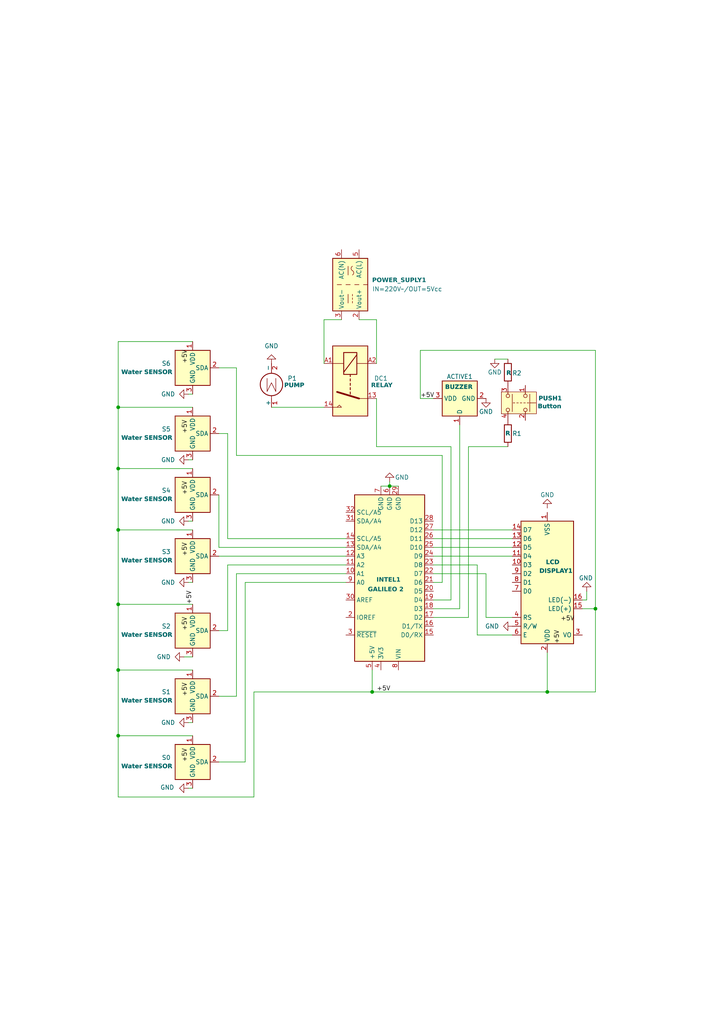
<source format=kicad_sch>
(kicad_sch (version 20231120) (generator "eeschema") (generator_version "8.0")
  (paper "A4" portrait)
  (title_block (title "P2_Monofilar electrical diagram_Popescu Vlad & Marin Catalin") (date "2024-05-20") (rev "1") (company "Faculty of Electronics, Telecommunications and Information Technology Bucharest") (comment 1 "Group 441G.dif"))
  (lib_symbols
    (symbol "Converter_ACDC:TMLM04105"
      (property "Reference" "PS" (at 0 6.35 0))
      (property "Value" "TMLM04105" (at 0 -6.35 0))
      (symbol "TMLM04105_0_1"
        (rectangle (start -7.62 5.08) (end 7.62 -5.08) (stroke (width 0.254)) (fill (type background)))
        (arc (start -5.334 0.635) (mid -4.699 0.2495) (end -4.064 0.635))
        (arc (start -2.794 0.635) (mid -3.429 1.0072) (end -4.064 0.635))
        (polyline (pts (xy -5.334 -0.635) (xy -2.794 -0.635)))
        (polyline (pts (xy 0 -2.54) (xy 0 -3.81)))
        (polyline (pts (xy 0 0) (xy 0 -1.27)))
        (polyline (pts (xy 0 2.54) (xy 0 1.27)))
        (polyline (pts (xy 0 5.08) (xy 0 3.81)))
        (polyline (pts (xy 2.794 -0.635) (xy 5.334 -0.635)))
        (polyline (pts (xy 2.794 0.635) (xy 3.302 0.635)))
        (polyline (pts (xy 3.81 0.635) (xy 4.318 0.635)))
        (polyline (pts (xy 4.826 0.635) (xy 5.334 0.635)))
      )
      (symbol "TMLM04105_1_1"
        (pin power_out line (at 10.16 2.54 180) (length 2.54) (name "Vout+") (number "2"))
        (pin power_out line (at 10.16 -2.54 180) (length 2.54) (name "Vout-") (number "3"))
        (pin power_in line (at -10.16 2.54 0) (length 2.54) (name "AC(L)") (number "5"))
        (pin power_in line (at -10.16 -2.54 0) (length 2.54) (name "AC(N)") (number "6"))
      )
    )
    (symbol "Device:R" (pin_numbers hide) (pin_names (offset 0))
      (property "Reference" "R" (at 2.032 0 90))
      (property "Value" "R" (at 0 0 90))
      (symbol "R_0_1"
        (rectangle (start -1.016 -2.54) (end 1.016 2.54) (stroke (width 0.254)))
      )
      (symbol "R_1_1"
        (pin passive line (at 0 3.81 270) (length 1.27) (name "~") (number "1"))
        (pin passive line (at 0 -3.81 90) (length 1.27) (name "~") (number "2"))
      )
    )
    (symbol "Display_Character:WC1602A"
      (property "Reference" "DS" (at -5.842 19.05 0))
      (property "Value" "WC1602A" (at 5.334 19.05 0))
      (symbol "WC1602A_1_1"
        (rectangle (start -7.62 17.78) (end 7.62 -17.78) (stroke (width 0.254)) (fill (type background)))
        (pin power_in line (at 0 -20.32 90) (length 2.54) (name "VSS") (number "1"))
        (pin input line (at -10.16 -5.08 0) (length 2.54) (name "D3") (number "10"))
        (pin input line (at -10.16 -7.62 0) (length 2.54) (name "D4") (number "11"))
        (pin input line (at -10.16 -10.16 0) (length 2.54) (name "D5") (number "12"))
        (pin input line (at -10.16 -12.7 0) (length 2.54) (name "D6") (number "13"))
        (pin input line (at -10.16 -15.24 0) (length 2.54) (name "D7") (number "14"))
        (pin power_in line (at 10.16 7.62 180) (length 2.54) (name "LED(+)") (number "15"))
        (pin power_in line (at 10.16 5.08 180) (length 2.54) (name "LED(-)") (number "16"))
        (pin power_in line (at 0 20.32 270) (length 2.54) (name "VDD") (number "2"))
        (pin input line (at 10.16 15.24 180) (length 2.54) (name "VO") (number "3"))
        (pin input line (at -10.16 10.16 0) (length 2.54) (name "RS") (number "4"))
        (pin input line (at -10.16 12.7 0) (length 2.54) (name "R/W") (number "5"))
        (pin input line (at -10.16 15.24 0) (length 2.54) (name "E") (number "6"))
        (pin input line (at -10.16 2.54 0) (length 2.54) (name "D0") (number "7"))
        (pin input line (at -10.16 0 0) (length 2.54) (name "D1") (number "8"))
        (pin input line (at -10.16 -2.54 0) (length 2.54) (name "D2") (number "9"))
      )
    )
    (symbol "Driver_LED:HV9923N8-G"
      (property "Reference" "U" (at -6.35 6.35 0))
      (property "Value" "HV9923N8-G" (at 1.27 6.35 0))
      (symbol "HV9923N8-G_0_1"
        (rectangle (start -5.08 5.08) (end 5.08 -5.08) (stroke (width 0.254)) (fill (type background)))
      )
      (symbol "HV9923N8-G_1_1"
        (pin passive line (at 7.62 0 180) (length 2.54) (name "D") (number "1"))
        (pin power_in line (at 0 -7.62 90) (length 2.54) (name "GND") (number "2"))
        (pin output line (at 0 7.62 270) (length 2.54) (name "VDD") (number "3"))
      )
    )
    (symbol "MCU_Module:Arduino_UNO_R3"
      (property "Reference" "A" (at -10.16 23.495 0))
      (property "Value" "Arduino_UNO_R3" (at 5.08 -26.67 0))
      (symbol "Arduino_UNO_R3_0_1"
        (rectangle (start -10.16 22.86) (end 10.16 -25.4) (stroke (width 0.254)) (fill (type background)))
      )
      (symbol "Arduino_UNO_R3_1_1"
        (pin no_connect line (at -10.16 -20.32 0) (length 2.54) hide (name "NC") (number "1"))
        (pin bidirectional line (at 12.7 -2.54 180) (length 2.54) (name "A1") (number "10"))
        (pin bidirectional line (at 12.7 -5.08 180) (length 2.54) (name "A2") (number "11"))
        (pin bidirectional line (at 12.7 -7.62 180) (length 2.54) (name "A3") (number "12"))
        (pin bidirectional line (at 12.7 -10.16 180) (length 2.54) (name "SDA/A4") (number "13"))
        (pin bidirectional line (at 12.7 -12.7 180) (length 2.54) (name "SCL/A5") (number "14"))
        (pin bidirectional line (at -12.7 15.24 0) (length 2.54) (name "D0/RX") (number "15"))
        (pin bidirectional line (at -12.7 12.7 0) (length 2.54) (name "D1/TX") (number "16"))
        (pin bidirectional line (at -12.7 10.16 0) (length 2.54) (name "D2") (number "17"))
        (pin bidirectional line (at -12.7 7.62 0) (length 2.54) (name "D3") (number "18"))
        (pin bidirectional line (at -12.7 5.08 0) (length 2.54) (name "D4") (number "19"))
        (pin output line (at 12.7 10.16 180) (length 2.54) (name "IOREF") (number "2"))
        (pin bidirectional line (at -12.7 2.54 0) (length 2.54) (name "D5") (number "20"))
        (pin bidirectional line (at -12.7 0 0) (length 2.54) (name "D6") (number "21"))
        (pin bidirectional line (at -12.7 -2.54 0) (length 2.54) (name "D7") (number "22"))
        (pin bidirectional line (at -12.7 -5.08 0) (length 2.54) (name "D8") (number "23"))
        (pin bidirectional line (at -12.7 -7.62 0) (length 2.54) (name "D9") (number "24"))
        (pin bidirectional line (at -12.7 -10.16 0) (length 2.54) (name "D10") (number "25"))
        (pin bidirectional line (at -12.7 -12.7 0) (length 2.54) (name "D11") (number "26"))
        (pin bidirectional line (at -12.7 -15.24 0) (length 2.54) (name "D12") (number "27"))
        (pin bidirectional line (at -12.7 -17.78 0) (length 2.54) (name "D13") (number "28"))
        (pin power_in line (at -2.54 -27.94 90) (length 2.54) (name "GND") (number "29"))
        (pin input line (at 12.7 15.24 180) (length 2.54) (name "~{RESET}") (number "3"))
        (pin input line (at 12.7 5.08 180) (length 2.54) (name "AREF") (number "30"))
        (pin bidirectional line (at 12.7 -17.78 180) (length 2.54) (name "SDA/A4") (number "31"))
        (pin bidirectional line (at 12.7 -20.32 180) (length 2.54) (name "SCL/A5") (number "32"))
        (pin power_out line (at 2.54 25.4 270) (length 2.54) (name "3V3") (number "4"))
        (pin power_out line (at 5.08 25.4 270) (length 2.54) (name "+5V") (number "5"))
        (pin power_in line (at 0 -27.94 90) (length 2.54) (name "GND") (number "6"))
        (pin power_in line (at 2.54 -27.94 90) (length 2.54) (name "GND") (number "7"))
        (pin power_in line (at -2.54 25.4 270) (length 2.54) (name "VIN") (number "8"))
        (pin bidirectional line (at 12.7 0 180) (length 2.54) (name "A0") (number "9"))
      )
    )
    (symbol "Motor:Motor_DC" (pin_names (offset 0))
      (property "Reference" "M" (at 2.54 2.54 0))
      (property "Value" "Motor_DC" (at 2.54 -5.08 0))
      (symbol "Motor_DC_0_0"
        (polyline (pts (xy -1.27 -3.302) (xy -1.27 0.508) (xy 0 -2.032) (xy 1.27 0.508) (xy 1.27 -3.302)))
      )
      (symbol "Motor_DC_0_1"
        (circle (center 0 -1.524) (radius 3.2512) (stroke (width 0.254)))
        (polyline (pts (xy 0 -7.62) (xy 0 -7.112)))
        (polyline (pts (xy 0 -4.7752) (xy 0 -5.1816)))
        (polyline (pts (xy 0 1.7272) (xy 0 2.0828)))
        (polyline (pts (xy 0 2.032) (xy 0 2.54)))
      )
      (symbol "Motor_DC_1_1"
        (pin passive line (at 0 5.08 270) (length 2.54) (name "+") (number "1"))
        (pin passive line (at 0 -7.62 90) (length 2.54) (name "-") (number "2"))
      )
    )
    (symbol "Relay:Relay_SPST-NO"
      (property "Reference" "K" (at 11.43 3.81 0))
      (property "Value" "Relay_SPST-NO" (at 11.43 1.27 0))
      (symbol "Relay_SPST-NO_0_0"
        (polyline (pts (xy 7.62 5.08) (xy 7.62 2.54) (xy 6.985 3.175) (xy 7.62 3.81)))
      )
      (symbol "Relay_SPST-NO_0_1"
        (rectangle (start -10.16 5.08) (end 10.16 -5.08) (stroke (width 0.254)) (fill (type background)))
        (rectangle (start -8.255 1.905) (end -1.905 -1.905) (stroke (width 0.254)))
        (polyline (pts (xy -7.62 -1.905) (xy -2.54 1.905)) (stroke (width 0.254)))
        (polyline (pts (xy -5.08 -5.08) (xy -5.08 -1.905)))
        (polyline (pts (xy -5.08 5.08) (xy -5.08 1.905)))
        (polyline (pts (xy -1.905 0) (xy -1.27 0)) (stroke (width 0.254)))
        (polyline (pts (xy -0.635 0) (xy 0 0)) (stroke (width 0.254)))
        (polyline (pts (xy 0.635 0) (xy 1.27 0)) (stroke (width 0.254)))
        (polyline (pts (xy 1.905 0) (xy 2.54 0)) (stroke (width 0.254)))
        (polyline (pts (xy 3.175 0) (xy 3.81 0)) (stroke (width 0.254)))
        (polyline (pts (xy 5.08 -2.54) (xy 3.175 3.81)) (stroke (width 0.508)))
        (polyline (pts (xy 5.08 -2.54) (xy 5.08 -5.08)))
      )
      (symbol "Relay_SPST-NO_1_1"
        (pin passive line (at 5.08 -7.62 90) (length 2.54) (name "~") (number "13"))
        (pin passive line (at 7.62 7.62 270) (length 2.54) (name "~") (number "14"))
        (pin passive line (at -5.08 7.62 270) (length 2.54) (name "~") (number "A1"))
        (pin passive line (at -5.08 -7.62 90) (length 2.54) (name "~") (number "A2"))
      )
    )
    (symbol "Sensor:AM2302"
      (property "Reference" "U" (at -3.81 6.35 0))
      (property "Value" "AM2302" (at 3.81 6.35 0))
      (symbol "AM2302_0_1"
        (rectangle (start -5.08 5.08) (end 5.08 -5.08) (stroke (width 0.254)) (fill (type background)))
      )
      (symbol "AM2302_1_1"
        (pin power_in line (at 0 7.62 270) (length 2.54) (name "VDD") (number "1"))
        (pin bidirectional line (at 7.62 0 180) (length 2.54) (name "SDA") (number "2"))
        (pin power_in line (at 0 -7.62 90) (length 2.54) (name "GND") (number "3"))
        (pin passive line (at 0 -7.62 90) (length 2.54) hide (name "GND") (number "4"))
      )
    )
    (symbol "Switch:SW_Push_Dual" (pin_names (offset 1.016) hide)
      (property "Reference" "SW" (at 0 7.62 0))
      (property "Value" "SW_Push_Dual" (at 0 -6.35 0))
      (symbol "SW_Push_Dual_0_1"
        (circle (center -2.032 -2.54) (radius 0.508))
        (circle (center -2.032 2.54) (radius 0.508))
        (polyline (pts (xy 0 -0.508) (xy 0 -1.016)))
        (polyline (pts (xy 0 0.508) (xy 0 0)))
        (polyline (pts (xy 0 1.016) (xy 0 1.524)))
        (polyline (pts (xy 0 2.032) (xy 0 2.54)))
        (polyline (pts (xy 0 3.048) (xy 0 3.556)))
        (polyline (pts (xy 0 3.81) (xy 0 5.588)))
        (polyline (pts (xy 2.54 -1.27) (xy -2.54 -1.27)))
        (polyline (pts (xy 2.54 3.81) (xy -2.54 3.81)))
        (circle (center 2.032 -2.54) (radius 0.508))
        (circle (center 2.032 2.54) (radius 0.508))
        (pin passive line (at -5.08 2.54 0) (length 2.54) (name "1") (number "1"))
        (pin passive line (at 5.08 2.54 180) (length 2.54) (name "2") (number "2"))
        (pin passive line (at -5.08 -2.54 0) (length 2.54) (name "3") (number "3"))
        (pin passive line (at 5.08 -2.54 180) (length 2.54) (name "4") (number "4"))
      )
      (symbol "SW_Push_Dual_1_1"
        (rectangle (start -3.175 5.715) (end 3.175 -4.445) (fill (type background)))
      )
    )
    (symbol "power:GND" (power) (pin_numbers hide) (pin_names (offset 0) hide)
      (property "Value" "GND" (at 0 -3.81 0))
      (symbol "GND_0_1"
        (polyline (pts (xy 0 0) (xy 0 -1.27) (xy 1.27 -1.27) (xy 0 -2.54) (xy -1.27 -1.27) (xy 0 -1.27)))
      )
      (symbol "GND_1_1"
        (pin power_in line (at 0 0 270) (length 0) (name "~") (number "1"))
      )
    )
  )
  (junction (at 34.29 135.89))
  (junction (at 113.03 140.97))
  (junction (at 34.29 213.36))
  (junction (at 34.29 153.67))
  (junction (at 172.72 176.53))
  (junction (at 158.75 200.66))
  (junction (at 107.95 200.66))
  (junction (at 34.29 194.31))
  (junction (at 34.29 118.11))
  (junction (at 34.29 175.26))
  (wire (pts (xy 100.33 166.37) (xy 68.58 166.37)))
  (wire (pts (xy 107.95 194.31) (xy 107.95 200.66)))
  (wire (pts (xy 109.22 129.54) (xy 109.22 115.57)))
  (wire (pts (xy 66.04 182.88) (xy 63.5 182.88)))
  (wire (pts (xy 34.29 118.11) (xy 34.29 135.89)))
  (wire (pts (xy 125.73 179.07) (xy 135.89 179.07)))
  (wire (pts (xy 63.5 161.29) (xy 100.33 161.29)))
  (wire (pts (xy 100.33 156.21) (xy 66.04 156.21)))
  (wire (pts (xy 34.29 194.31) (xy 34.29 213.36)))
  (wire (pts (xy 34.29 153.67) (xy 55.88 153.67)))
  (wire (pts (xy 140.97 179.07) (xy 148.59 179.07)))
  (wire (pts (xy 172.72 176.53) (xy 172.72 200.66)))
  (wire (pts (xy 66.04 156.21) (xy 66.04 125.73)))
  (wire (pts (xy 34.29 175.26) (xy 34.29 194.31)))
  (wire (pts (xy 99.06 92.71) (xy 93.98 92.71)))
  (wire (pts (xy 130.81 173.99) (xy 130.81 129.54)))
  (wire (pts (xy 63.5 158.75) (xy 63.5 143.51)))
  (wire (pts (xy 133.35 176.53) (xy 133.35 123.19)))
  (wire (pts (xy 125.73 166.37) (xy 140.97 166.37)))
  (wire (pts (xy 138.43 184.15) (xy 148.59 184.15)))
  (wire (pts (xy 34.29 118.11) (xy 55.88 118.11)))
  (wire (pts (xy 68.58 106.68) (xy 63.5 106.68)))
  (wire (pts (xy 128.27 132.08) (xy 68.58 132.08)))
  (wire (pts (xy 158.75 200.66) (xy 107.95 200.66)))
  (wire (pts (xy 172.72 176.53) (xy 172.72 101.6)))
  (wire (pts (xy 125.73 163.83) (xy 138.43 163.83)))
  (wire (pts (xy 71.12 168.91) (xy 71.12 220.98)))
  (wire (pts (xy 125.73 156.21) (xy 148.59 156.21)))
  (wire (pts (xy 34.29 99.06) (xy 55.88 99.06)))
  (wire (pts (xy 100.33 168.91) (xy 71.12 168.91)))
  (wire (pts (xy 121.92 115.57) (xy 121.92 101.6)))
  (wire (pts (xy 34.29 118.11) (xy 34.29 99.06)))
  (wire (pts (xy 138.43 163.83) (xy 138.43 184.15)))
  (wire (pts (xy 34.29 135.89) (xy 55.88 135.89)))
  (wire (pts (xy 125.73 153.67) (xy 148.59 153.67)))
  (wire (pts (xy 121.92 101.6) (xy 172.72 101.6)))
  (wire (pts (xy 125.73 168.91) (xy 128.27 168.91)))
  (wire (pts (xy 140.97 166.37) (xy 140.97 179.07)))
  (wire (pts (xy 63.5 125.73) (xy 66.04 125.73)))
  (wire (pts (xy 121.92 115.57) (xy 125.73 115.57)))
  (wire (pts (xy 113.03 140.97) (xy 110.49 140.97)))
  (wire (pts (xy 54.61 209.55) (xy 55.88 209.55)))
  (wire (pts (xy 125.73 161.29) (xy 148.59 161.29)))
  (wire (pts (xy 130.81 129.54) (xy 109.22 129.54)))
  (wire (pts (xy 125.73 158.75) (xy 148.59 158.75)))
  (wire (pts (xy 170.18 173.99) (xy 168.91 173.99)))
  (wire (pts (xy 34.29 153.67) (xy 34.29 175.26)))
  (wire (pts (xy 68.58 166.37) (xy 68.58 201.93)))
  (wire (pts (xy 158.75 189.23) (xy 158.75 200.66)))
  (wire (pts (xy 63.5 201.93) (xy 68.58 201.93)))
  (wire (pts (xy 93.98 92.71) (xy 93.98 105.41)))
  (wire (pts (xy 66.04 163.83) (xy 66.04 182.88)))
  (wire (pts (xy 63.5 220.98) (xy 71.12 220.98)))
  (wire (pts (xy 34.29 213.36) (xy 34.29 231.14)))
  (wire (pts (xy 54.61 151.13) (xy 55.88 151.13)))
  (wire (pts (xy 34.29 135.89) (xy 34.29 153.67)))
  (wire (pts (xy 73.66 200.66) (xy 107.95 200.66)))
  (wire (pts (xy 125.73 173.99) (xy 130.81 173.99)))
  (wire (pts (xy 100.33 163.83) (xy 66.04 163.83)))
  (wire (pts (xy 172.72 200.66) (xy 158.75 200.66)))
  (wire (pts (xy 34.29 213.36) (xy 55.88 213.36)))
  (wire (pts (xy 54.61 228.6) (xy 55.88 228.6)))
  (wire (pts (xy 109.22 92.71) (xy 109.22 105.41)))
  (wire (pts (xy 135.89 129.54) (xy 147.32 129.54)))
  (wire (pts (xy 125.73 176.53) (xy 133.35 176.53)))
  (wire (pts (xy 143.51 104.14) (xy 147.32 104.14)))
  (wire (pts (xy 100.33 158.75) (xy 63.5 158.75)))
  (wire (pts (xy 73.66 200.66) (xy 73.66 231.14)))
  (wire (pts (xy 53.34 190.5) (xy 55.88 190.5)))
  (wire (pts (xy 73.66 231.14) (xy 34.29 231.14)))
  (wire (pts (xy 168.91 176.53) (xy 172.72 176.53)))
  (wire (pts (xy 113.03 139.7) (xy 113.03 140.97)))
  (wire (pts (xy 54.61 133.35) (xy 55.88 133.35)))
  (wire (pts (xy 128.27 168.91) (xy 128.27 132.08)))
  (wire (pts (xy 34.29 175.26) (xy 55.88 175.26)))
  (wire (pts (xy 115.57 140.97) (xy 113.03 140.97)))
  (wire (pts (xy 68.58 132.08) (xy 68.58 106.68)))
  (wire (pts (xy 34.29 194.31) (xy 55.88 194.31)))
  (wire (pts (xy 170.18 171.45) (xy 170.18 173.99)))
  (wire (pts (xy 54.61 114.3) (xy 55.88 114.3)))
  (wire (pts (xy 104.14 92.71) (xy 109.22 92.71)))
  (wire (pts (xy 78.74 118.11) (xy 93.98 118.11)))
  (wire (pts (xy 135.89 179.07) (xy 135.89 129.54)))
  (wire (pts (xy 54.61 168.91) (xy 55.88 168.91)))
  (label "+5V" (at 54.61 220.98 90))
  (label "+5V" (at 54.61 125.73 90))
  (label "+5V" (at 121.92 115.57 0))
  (label "+5V" (at 54.61 201.93 90))
  (label "+5V" (at 54.61 182.88 90))
  (label "+5V" (at 54.61 161.29 90))
  (label "+5V" (at 55.88 175.26 90))
  (label "+5V" (at 54.61 143.51 90))
  (label "+5V" (at 162.56 180.34 0))
  (label "+5V" (at 109.22 200.66 0))
  (label "+5V" (at 54.61 105.41 90))
  (label "+5V" (at 162.56 186.69 90))
  (symbol (lib_id "Relay:Relay_SPST-NO") (at 101.6 110.49 90) (mirror x) (unit 1)
    (property "Reference" "DC1" (at 110.49 109.728 90))
    (property "Value" "RELAY" (at 110.744 111.76 90))
    (property "Description" "Relay SPST, Normally Open, EN50005" (effects (hide yes)))
  )
  (symbol (lib_id "power:GND") (at 143.51 104.14 0) (unit 1)
    (property "Reference" "#PWR014" (effects (hide yes)))
    (property "Value" "GND" (at 143.51 107.95 0))
    (property "Description" "Power symbol creates a global label with name \"GND\" , ground" (effects (hide yes)))
  )
  (symbol (lib_id "Motor:Motor_DC") (at 78.74 113.03 0) (mirror x) (unit 1)
    (property "Reference" "P1" (at 86.106 109.728 0) (effects (justify right)))
    (property "Value" "PUMP" (at 88.138 111.76 0) (effects (justify right)))
    (property "Description" "DC Motor" (effects (hide yes)))
  )
  (symbol (lib_id "power:GND") (at 54.61 114.3 270) (unit 1)
    (property "Reference" "#PWR01" (effects (hide yes)))
    (property "Value" "GND" (at 50.8 114.2999 90) (effects (justify right)))
    (property "Description" "Power symbol creates a global label with name \"GND\" , ground" (effects (hide yes)))
  )
  (symbol (lib_id "power:GND") (at 170.18 171.45 180) (unit 1)
    (property "Reference" "#PWR012" (effects (hide yes)))
    (property "Value" "GND" (at 169.926 167.64 0))
    (property "Description" "Power symbol creates a global label with name \"GND\" , ground" (effects (hide yes)))
  )
  (symbol (lib_id "power:GND") (at 54.61 209.55 270) (unit 1)
    (property "Reference" "#PWR05" (effects (hide yes)))
    (property "Value" "GND" (at 50.8 209.5499 90) (effects (justify right)))
    (property "Description" "Power symbol creates a global label with name \"GND\" , ground" (effects (hide yes)))
  )
  (symbol (lib_id "power:GND") (at 148.59 181.61 270) (unit 1)
    (property "Reference" "#PWR013" (effects (hide yes)))
    (property "Value" "GND" (at 144.78 181.6099 90) (effects (justify right)))
    (property "Description" "Power symbol creates a global label with name \"GND\" , ground" (effects (hide yes)))
  )
  (symbol (lib_id "Sensor:AM2302") (at 55.88 143.51 0) (unit 1)
    (property "Reference" "S4" (at 49.53 142.2399 0) (effects (justify right)))
    (property "Value" "Water SENSOR" (at 49.53 144.78 0) (effects (justify right)))
    (property "Footprint" "Sensor:ASAIR_AM2302_P2.54mm_Vertical" (effects (hide yes)))
    (property "Datasheet" "http://akizukidenshi.com/download/ds/aosong/AM2302.pdf" (effects (hide yes)))
    (property "Description" "3.3 to 5.0V, Temperature and humidity module,  DHT22, AM2302" (effects (hide yes)))
  )
  (symbol (lib_id "power:GND") (at 78.74 105.41 180) (unit 1)
    (property "Reference" "#PWR08" (effects (hide yes)))
    (property "Value" "GND" (at 78.74 100.33 0))
    (property "Description" "Power symbol creates a global label with name \"GND\" , ground" (effects (hide yes)))
  )
  (symbol (lib_id "power:GND") (at 54.61 133.35 270) (unit 1)
    (property "Reference" "#PWR03" (effects (hide yes)))
    (property "Value" "GND" (at 50.8 133.3499 90) (effects (justify right)))
    (property "Description" "Power symbol creates a global label with name \"GND\" , ground" (effects (hide yes)))
  )
  (symbol (lib_id "power:GND") (at 140.97 115.57 0) (unit 1)
    (property "Reference" "#PWR09" (effects (hide yes)))
    (property "Value" "GND" (at 140.97 119.38 0))
    (property "Description" "Power symbol creates a global label with name \"GND\" , ground" (effects (hide yes)))
  )
  (symbol (lib_id "Sensor:AM2302") (at 55.88 125.73 0) (unit 1)
    (property "Reference" "S5" (at 49.53 124.4599 0) (effects (justify right)))
    (property "Value" "Water SENSOR" (at 49.53 127 0) (effects (justify right)))
    (property "Footprint" "Sensor:ASAIR_AM2302_P2.54mm_Vertical" (effects (hide yes)))
    (property "Datasheet" "http://akizukidenshi.com/download/ds/aosong/AM2302.pdf" (effects (hide yes)))
    (property "Description" "3.3 to 5.0V, Temperature and humidity module,  DHT22, AM2302" (effects (hide yes)))
  )
  (symbol (lib_id "Device:R") (at 147.32 125.73 0) (unit 1)
    (property "Reference" "R1" (at 148.59 125.73 0) (effects (justify left)))
    (property "Value" "R" (at 146.558 125.73 0) (effects (justify left)))
    (property "Description" "Resistor" (effects (hide yes)))
  )
  (symbol (lib_id "Display_Character:WC1602A") (at 158.75 168.91 0) (mirror x) (unit 1)
    (property "Reference" "DISPLAY1" (at 156.464 165.608 0) (effects (justify left)))
    (property "Value" "LCD " (at 158.242 163.068 0) (effects (justify left)))
    (property "Footprint" "Display:WC1602A" (effects (hide yes)))
    (property "Datasheet" "http://www.wincomlcd.com/pdf/WC1602A-SFYLYHTC06.pdf" (effects (hide yes)))
    (property "Description" "LCD 16x2 Alphanumeric , 8 bit parallel bus, 5V VDD" (effects (hide yes)))
  )
  (symbol (lib_id "power:GND") (at 54.61 168.91 270) (unit 1)
    (property "Reference" "#PWR02" (effects (hide yes)))
    (property "Value" "GND" (at 50.8 168.9099 90) (effects (justify right)))
    (property "Description" "Power symbol creates a global label with name \"GND\" , ground" (effects (hide yes)))
  )
  (symbol (lib_id "Switch:SW_Push_Dual") (at 149.86 116.84 270) (unit 1)
    (property "Reference" "PUSH1" (at 156.21 115.57 90) (effects (justify left)))
    (property "Value" "Button" (at 156.21 117.856 90) (effects (justify left)))
    (property "Description" "Push button switch, generic, symbol, four pins" (effects (hide yes)))
  )
  (symbol (lib_id "Sensor:AM2302") (at 55.88 220.98 0) (unit 1)
    (property "Reference" "S0" (at 49.53 219.7099 0) (effects (justify right)))
    (property "Value" "Water SENSOR" (at 49.53 222.25 0) (effects (justify right)))
    (property "Footprint" "Sensor:ASAIR_AM2302_P2.54mm_Vertical" (effects (hide yes)))
    (property "Datasheet" "http://akizukidenshi.com/download/ds/aosong/AM2302.pdf" (effects (hide yes)))
    (property "Description" "3.3 to 5.0V, Temperature and humidity module,  DHT22, AM2302" (effects (hide yes)))
  )
  (symbol (lib_id "MCU_Module:Arduino_UNO_R3") (at 113.03 168.91 180) (unit 1)
    (property "Reference" "INTEL1" (at 109.22 168.148 0) (effects (justify right)))
    (property "Value" "GALILEO 2" (at 106.934 170.942 0) (effects (justify right)))
    (property "Footprint" "Module:Arduino_UNO_R3_WithMountingHoles" (effects (hide yes)))
    (property "Datasheet" "https://www.arduino.cc/en/Main/arduinoBoardUno" (effects (hide yes)))
    (property "Description" "Arduino UNO Microcontroller Module, release 3" (effects (hide yes)))
  )
  (symbol (lib_id "power:GND") (at 113.03 139.7 180) (unit 1)
    (property "Reference" "#PWR011" (effects (hide yes)))
    (property "Value" "GND" (at 116.586 138.43 0))
    (property "Description" "Power symbol creates a global label with name \"GND\" , ground" (effects (hide yes)))
  )
  (symbol (lib_id "Sensor:AM2302") (at 55.88 106.68 0) (unit 1)
    (property "Reference" "S6" (at 49.53 105.4099 0) (effects (justify right)))
    (property "Value" "Water SENSOR" (at 49.53 107.95 0) (effects (justify right)))
    (property "Footprint" "Sensor:ASAIR_AM2302_P2.54mm_Vertical" (effects (hide yes)))
    (property "Datasheet" "http://akizukidenshi.com/download/ds/aosong/AM2302.pdf" (effects (hide yes)))
    (property "Description" "3.3 to 5.0V, Temperature and humidity module,  DHT22, AM2302" (effects (hide yes)))
  )
  (symbol (lib_id "power:GND") (at 53.34 190.5 270) (unit 1)
    (property "Reference" "#PWR07" (effects (hide yes)))
    (property "Value" "GND" (at 49.53 190.4999 90) (effects (justify right)))
    (property "Description" "Power symbol creates a global label with name \"GND\" , ground" (effects (hide yes)))
  )
  (symbol (lib_id "Driver_LED:HV9923N8-G") (at 133.35 115.57 90) (mirror x) (unit 1)
    (property "Reference" "ACTIVE1" (at 133.35 109.22 90))
    (property "Value" "BUZZER" (at 133.096 112.268 90))
    (property "Footprint" "Package_TO_SOT_SMD:SOT-89-3" (effects (hide yes)))
    (property "Datasheet" "http://ww1.microchip.com/downloads/en/DeviceDoc/20005311A.pdf" (effects (hide yes)))
    (property "Description" "3pin Constant Current 30mA LED Driver, SOT89" (effects (hide yes)))
  )
  (symbol (lib_id "power:GND") (at 158.75 147.32 180) (unit 1)
    (property "Reference" "#PWR010" (effects (hide yes)))
    (property "Value" "GND" (at 158.75 143.51 0))
    (property "Description" "Power symbol creates a global label with name \"GND\" , ground" (effects (hide yes)))
  )
  (symbol (lib_id "Sensor:AM2302") (at 55.88 161.29 0) (unit 1)
    (property "Reference" "S3" (at 49.53 160.0199 0) (effects (justify right)))
    (property "Value" "Water SENSOR" (at 49.53 162.56 0) (effects (justify right)))
    (property "Footprint" "Sensor:ASAIR_AM2302_P2.54mm_Vertical" (effects (hide yes)))
    (property "Datasheet" "http://akizukidenshi.com/download/ds/aosong/AM2302.pdf" (effects (hide yes)))
    (property "Description" "3.3 to 5.0V, Temperature and humidity module,  DHT22, AM2302" (effects (hide yes)))
  )
  (symbol (lib_id "power:GND") (at 54.61 151.13 270) (unit 1)
    (property "Reference" "#PWR04" (effects (hide yes)))
    (property "Value" "GND" (at 50.8 151.1299 90) (effects (justify right)))
    (property "Description" "Power symbol creates a global label with name \"GND\" , ground" (effects (hide yes)))
  )
  (symbol (lib_id "Sensor:AM2302") (at 55.88 182.88 0) (unit 1)
    (property "Reference" "S2" (at 49.53 181.6099 0) (effects (justify right)))
    (property "Value" "Water SENSOR" (at 49.53 184.15 0) (effects (justify right)))
    (property "Footprint" "Sensor:ASAIR_AM2302_P2.54mm_Vertical" (effects (hide yes)))
    (property "Datasheet" "http://akizukidenshi.com/download/ds/aosong/AM2302.pdf" (effects (hide yes)))
    (property "Description" "3.3 to 5.0V, Temperature and humidity module,  DHT22, AM2302" (effects (hide yes)))
  )
  (symbol (lib_id "Converter_ACDC:TMLM04105") (at 101.6 82.55 270) (unit 1)
    (property "Reference" "POWER_SUPLY1" (at 107.95 81.28 90) (effects (justify left)))
    (property "Value" "IN=220V~/OUT=5Vcc" (at 107.95 83.8199 90) (effects (justify left)))
    (property "Footprint" "Converter_ACDC:Converter_ACDC_TRACO_TMLM-04_THT" (effects (hide yes)))
    (property "Datasheet" "https://www.tracopower.com/products/tmlm.pdf" (effects (hide yes)))
    (property "Description" "5V 800mA AC/DC low noise power module" (effects (hide yes)))
  )
  (symbol (lib_id "Device:R") (at 147.32 107.95 0) (unit 1)
    (property "Reference" "R2" (at 148.59 108.204 0) (effects (justify left)))
    (property "Value" "R" (at 146.812 108.204 0) (effects (justify left)))
    (property "Description" "Resistor" (effects (hide yes)))
  )
  (symbol (lib_id "Sensor:AM2302") (at 55.88 201.93 0) (unit 1)
    (property "Reference" "S1" (at 49.53 200.6599 0) (effects (justify right)))
    (property "Value" "Water SENSOR" (at 49.53 203.2 0) (effects (justify right)))
    (property "Footprint" "Sensor:ASAIR_AM2302_P2.54mm_Vertical" (effects (hide yes)))
    (property "Datasheet" "http://akizukidenshi.com/download/ds/aosong/AM2302.pdf" (effects (hide yes)))
    (property "Description" "3.3 to 5.0V, Temperature and humidity module,  DHT22, AM2302" (effects (hide yes)))
  )
  (symbol (lib_id "power:GND") (at 54.61 228.6 270) (unit 1)
    (property "Reference" "#PWR06" (effects (hide yes)))
    (property "Value" "GND" (at 48.514 228.346 90))
    (property "Description" "Power symbol creates a global label with name \"GND\" , ground" (effects (hide yes)))
  )
)
</source>
